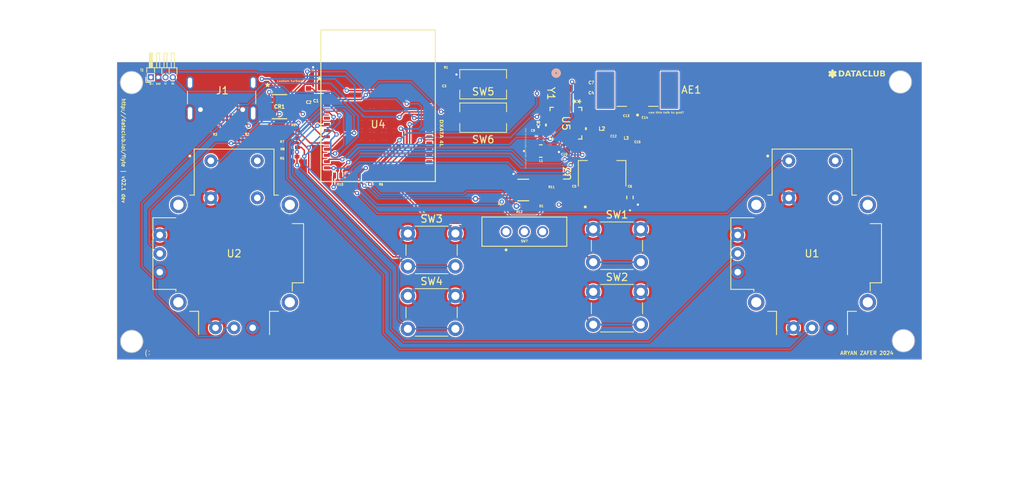
<source format=kicad_pcb>
(kicad_pcb (version 20240108) (generator "pcbnew") (generator_version "8.0")
  (title_block (title "Flyte Controller") (rev "v01") (company "Aryan Zafer"))
  (layers (0 "F.Cu" signal) (1 "In1.Cu" signal) (2 "In2.Cu" signal) (31 "B.Cu" signal) (34 "B.Paste" user) (35 "F.Paste" user) (36 "B.SilkS" user "B.Silkscreen") (37 "F.SilkS" user "F.Silkscreen") (38 "B.Mask" user) (39 "F.Mask" user) (44 "Edge.Cuts" user))
  (net 0 "")
  (net 1 "+3V3")
  (net 2 "GND")
  (net 3 "+5V")
  (net 4 "Net-(AE1-A)")
  (net 6 "Net-(U4-EN)")
  (net 7 "Net-(U5-VR_PA)")
  (net 8 "Net-(U5-DCC_FB)")
  (net 9 "Net-(U5-RFIO)")
  (net 11 "Net-(C12-Pad2)")
  (net 12 "Net-(C13-Pad2)")
  (net 13 "Net-(CR1-Pad1)")
  (net 14 "D+")
  (net 15 "D-")
  (net 16 "B")
  (net 17 "R")
  (net 18 "G")
  (net 19 "Net-(J1-CC2)")
  (net 20 "Net-(SW7-B)")
  (net 21 "Net-(J1-CC1)")
  (net 22 "RX")
  (net 23 "TX")
  (net 24 "Net-(U5-DCC_SW)")
  (net 25 "SW1")
  (net 26 "SW2")
  (net 27 "SW3")
  (net 28 "SW4")
  (net 29 "Net-(U4-IO0)")
  (net 33 "X2")
  (net 34 "Y2")
  (net 37 "SEL2")
  (net 38 "Y1")
  (net 40 "SEL1")
  (net 42 "X1")
  (net 47 "RF_SCK_RTS")
  (net 48 "RF_MISO")
  (net 49 "RF_BUSY")
  (net 50 "RF_NRST")
  (net 61 "RF_CTS")
  (net 63 "RF_MOSI")
  (net 64 "Net-(U5-XTA)")
  (net 68 "Net-(U5-XTB)")
  (net 71 "Net-(CR1-Pad3)")
  (net 72 "Net-(D1-RK)")
  (net 73 "Net-(D1-BK)")
  (net 74 "Net-(D1-GK)")
  (footprint "rest 10k:RC0402N_YAG" (layer "F.Cu") (at 120.142 90.678)
    (property "Reference" "R9")
    (property "Value" "10k" (hide yes))
  )
  (footprint "ind 2.5nH:INDC1006X60N" (layer "F.Cu") (at 165.608 90.678)
    (property "Reference" "L3")
    (property "Value" "2.5nH" (hide yes))
  )
  (footprint "rest 1k:RC0402N_YAG" (layer "F.Cu") (at 154.4 99.4 90)
    (property "Reference" "R11")
    (property "Value" "1k")
  )
  (footprint "ind 3nH:IND1005_LQW15_MUR" (layer "F.Cu") (at 162.306 89.262)
    (property "Reference" "L2")
    (property "Value" "3.0nH" (hide yes))
  )
  (footprint "cap 1.2pF 50v:G-155_MUR" (layer "F.Cu") (at 167.132 90.424 90)
    (property "Reference" "C15")
    (property "Value" "1.2pF" (hide yes))
  )
  (footprint "rest 10k:RC0402N_YAG" (layer "F.Cu") (at 120.0404 94.234)
    (property "Reference" "R5")
    (property "Value" "10k" (hide yes))
  )
  (footprint "Connector_USB:USB_C_Receptacle_GCT_USB4105-xx-A_16P_TopMnt_Horizontal" (layer "F.Cu") (at 110.29 85.195 180)
    (property "Reference" "J1")
    (property "Value" "USB_C_Receptacle_USB2.0_16P" (hide yes))
  )
  (footprint "cap 10uF 4v:CAPC1005X70N" (layer "F.Cu") (at 159.227499 86.312 180)
    (property "Reference" "C4")
    (property "Value" "10nF" (hide yes))
  )
  (footprint "IN-S128TATRGB:LED_TATRGB_INL" (layer "F.Cu") (at 151.5268 98.8)
    (property "Reference" "D1")
    (property "Value" "LED_ARGB" (hide yes))
  )
  (footprint "LM3940IMPX_3_3_NOPB:SOT230P700X180-4N" (layer "F.Cu") (at 162.306 96.52 90)
    (property "Reference" "U3")
    (property "Value" "LM3940IMPX-3.3_NOPB" (hide yes))
  )
  (footprint "ESP32_S3_MINI_1_N8:ESP32-S3-MINI-1_EXP" (layer "F.Cu") (at 131.684001 87.265299)
    (property "Reference" "U4")
    (property "Value" "ESP32-S3-MINI-1-N8" (hide yes))
  )
  (footprint "cap 0.1uF 4v:CAPC0402X22N" (layer "F.Cu") (at 123.19 85.63 -90)
    (property "Reference" "C1")
    (property "Value" "0.1uF" (hide yes))
  )
  (footprint "SMA female:CINCH_142-0701-801" (layer "F.Cu") (at 167.15175 85.142)
    (property "Reference" "AE1")
    (property "Value" "Antenna_Shield" (hide yes))
  )
  (footprint "rest 5k1:RES_TNPW0402_VIS" (layer "F.Cu") (at 112.4222 90.5 180)
    (property "Reference" "R2")
    (property "Value" "5k1" (hide yes))
  )
  (footprint "cap 0.47uF 6.3v:CAP_CL05_SAM" (layer "F.Cu") (at 153.327499 91.412 180)
    (property "Reference" "C9")
    (property "Value" "0.47uF" (hide yes))
  )
  (footprint "rest 1k:RC0402N_YAG" (layer "F.Cu") (at 147 100)
    (property "Reference" "R4")
    (property "Value" "1k" (hide yes))
  )
  (footprint "cap 0.1uF 4v:CAPC0402X22N" (layer "F.Cu") (at 140.462 83.82)
    (property "Reference" "C3")
    (property "Value" "0.1uF" (hide yes))
  )
  (footprint "rest 5k1:RES_TNPW0402_VIS" (layer "F.Cu") (at 107.9 90.5 180)
    (property "Reference" "R3")
    (property "Value" "5k1" (hide yes))
  )
  (footprint "rest 1k:RC0402N_YAG" (layer "F.Cu") (at 152.2 101)
    (property "Reference" "R12")
    (property "Value" "1k")
  )
  (footprint "cap 0.1uF 4v:CAPC0402X22N" (layer "F.Cu") (at 154.327499 90.134 90)
    (property "Reference" "C8")
    (property "Value" "0.1uF" (hide yes))
  )
  (footprint "COM_09032:XDCR_COM-09032" (layer "F.Cu") (at 191 107.5)
    (property "Reference" "U1")
    (property "Value" "COM-09032" (hide yes))
  )
  (footprint "cap 0.1uF 4v:CAPC0402X22N" (layer "F.Cu") (at 157.127499 92.912 -90)
    (property "Reference" "C10")
    (property "Value" "0.1uF" (hide yes))
  )
  (footprint "cap 0.8pF 50v:G-155_MUR" (layer "F.Cu") (at 160.528 89.916 90)
    (property "Reference" "C11" (hide yes))
    (property "Value" "0.8pF" (hide yes))
  )
  (footprint "rest 10k:RC0402N_YAG" (layer "F.Cu") (at 140.97 82.804 180)
    (property "Reference" "R1")
    (property "Value" "10k" (hide yes))
  )
  (footprint "EG1218:SW_EG1218" (layer "F.Cu") (at 151.678 104.5)
    (property "Reference" "SW7")
    (property "Value" "SW_SPDT")
  )
  (footprint "LOGO" (layer "F.Cu") (at 193.802 82.9)
    (property "Reference" "G***" (hide yes))
    (property "Value" "LOGO" (hide yes))
  )
  (footprint "ind 15uH 250mA 950ohm:IND_2012_TDK" (layer "F.Cu") (at 153.924 93.472)
    (property "Reference" "L1")
    (property "Value" "15uH" (hide yes))
  )
  (footprint "cap 10uF 4v:CAPC1005X70N" (layer "F.Cu") (at 159.227499 85.012)
    (property "Reference" "C7")
    (property "Value" "10nF" (hide yes))
  )
  (footprint "Connector_PinHeader_1.00mm:PinHeader_1x04_P1.00mm_Horizontal" (layer "F.Cu") (at 100.625 83.375 90)
    (property "Reference" "J2")
    (property "Value" "Conn_01x04_Socket" (hide yes))
  )
  (footprint "SX1280IMLTRT:QFN24_4X4_SEM" (layer "F.Cu") (at 157.358999 89.662 -90)
    (property "Reference" "U5")
    (property "Value" "SX1280IMLTRT")
  )
  (footprint "rest 10k:RC0402N_YAG" (layer "F.Cu") (at 133.604 98.298 180)
    (property "Reference" "R6")
    (property "Value" "10k" (hide yes))
  )
  (footprint "cap 0.5pF 50v:CAPC1005X55N" (layer "F.Cu") (at 165.608 89.408)
    (property "Reference" "C13")
    (property "Value" "0.5pF" (hide yes))
  )
  (footprint "cap 1.2pF 50v:G-155_MUR" (layer "F.Cu") (at 163.972 89.916 90)
    (property "Reference" "C12")
    (property "Value" "1.2pF" (hide yes))
  )
  (footprint "Button_Switch_SMD:SW_Tactile_SPST_NO_Straight_CK_PTS636Sx25SMTRLFS" (layer "F.Cu") (at 146.05 84.328)
    (property "Reference" "SW5")
    (property "Value" "SW_Push" (hide yes))
  )
  (footprint "cap 33uF 4v:CAP_C1005_TDK" (layer "F.Cu") (at 166.116 99.822 90)
    (property "Reference" "C6")
    (property "Value" "33uF" (hide yes))
  )
  (footprint "rest 10k:RC0402N_YAG" (layer "F.Cu") (at 120.0912 91.694 180)
    (property "Reference" "R7")
    (property "Value" "10k" (hide yes))
  )
  (footprint "Button_Switch_THT:SW_PUSH_6mm_H4.3mm" (layer "F.Cu") (at 135.75 113.3)
    (property "Reference" "SW4")
    (property "Value" "SW_Push")
  )
  (footprint "rest 10k:RC0402N_YAG" (layer "F.Cu") (at 120.0912 92.964 180)
    (property "Reference" "R8")
    (property "Value" "10k" (hide yes))
  )
  (footprint "52mhz crystal:CRYSTAL_FW520WFMT1_DIO" (layer "F.Cu") (at 155.327499 85.612 -90)
    (property "Reference" "Y1")
    (property "Value" "FW520WFMT1" (hide yes))
  )
  (footprint "Button_Switch_THT:SW_PUSH_6mm_H4.3mm" (layer "F.Cu") (at 135.75 104.75)
    (property "Reference" "SW3")
    (property "Value" "SW_Push")
  )
  (footprint "COM_09032:XDCR_COM-09032" (layer "F.Cu") (at 112 107.5)
    (property "Reference" "U2")
    (property "Value" "COM-09032" (hide yes))
  )
  (footprint "rest 10k:RC0402N_YAG" (layer "F.Cu") (at 128.27 98.298 180)
    (property "Reference" "R10")
    (property "Value" "10k" (hide yes))
  )
  (footprint "Button_Switch_THT:SW_PUSH_6mm_H4.3mm" (layer "F.Cu") (at 161.088 112.726)
    (property "Reference" "SW2")
    (property "Value" "SW_Push")
  )
  (footprint "cap 10uF 4v:CAPC1005X70N" (layer "F.Cu") (at 122.174 85.344 -90)
    (property "Reference" "C2")
    (property "Value" "10uF" (hide yes))
  )
  (footprint "Button_Switch_SMD:SW_Tactile_SPST_NO_Straight_CK_PTS636Sx25SMTRLFS" (layer "F.Cu") (at 146.05 88.9 180)
    (property "Reference" "SW6")
    (property "Value" "SW_Push" (hide yes))
  )
  (footprint "Button_Switch_THT:SW_PUSH_6mm_H4.3mm" (layer "F.Cu") (at 161.088 104.176)
    (property "Reference" "SW1")
    (property "Value" "SW_Push")
  )
  (footprint "cap 0.1uF 4v:CAPC0402X22N" (layer "F.Cu") (at 167.132 88.646 -90)
    (property "Reference" "C14")
    (property "Value" "0.1uF" (hide yes))
  )
  (footprint "USBLC6_2SC6:SOT23-6L_STM" (layer "F.Cu") (at 118.2 87.4)
    (property "Reference" "CR1")
    (property "Value" "USBLC6-2SC6" (hide yes))
  )
  (footprint "cap 0.47uF 6.3v:CAP_CL05_SAM" (layer "F.Cu") (at 158.496 99.822 90)
    (property "Reference" "C5")
    (property "Value" "0.47uF" (hide yes))
  )
  (gr_circle (center 98 119.52) (end 99.52 119.52) (stroke (width 0.1)) (fill none) (layer "Edge.Cuts"))
  (gr_circle (center 203.5 119.42) (end 205.02 119.42) (stroke (width 0.1)) (fill none) (layer "Edge.Cuts"))
  (gr_circle (center 97.98 84.1) (end 99.5 84.1) (stroke (width 0.1)) (fill none) (layer "Edge.Cuts"))
  (gr_rect (start 96 81.3) (end 206 122) (stroke (width 0.05)) (fill none) (layer "Edge.Cuts"))
  (gr_circle (center 203.08 84.02) (end 204.6 84.02) (stroke (width 0.1)) (fill none) (layer "Edge.Cuts"))
  (gr_text "TX" (at 102.4 84.4 0) (layer "F.SilkS") (effects (font (size 0.2 0.2) (thickness 0.05)) (justify left bottom)))
  (gr_text "can this talk to god? " (at 168.656 88.392 0) (layer "F.SilkS") (effects (font (size 0.3 0.3) (thickness 0.075) (bold yes)) (justify left bottom)))
  (gr_text "custom turbans" (at 117.856 84.073998 0) (layer "F.SilkS") (effects (font (size 0.3 0.3) (thickness 0.075) (bold yes)) (justify left bottom)))
  (gr_text "DATACLUB" (at 194.564 83.4 0) (layer "F.SilkS") (effects (font (size 0.8 0.8) (thickness 0.0625)) (justify left bottom)))
  (gr_text "DXATA 4L" (at 140.028876 89.14577 270) (layer "F.SilkS") (effects (font (size 0.5 0.5) (thickness 0.125) (bold yes)) (justify left bottom)))
  (gr_text "5v+" (at 100.4 84.4 0) (layer "F.SilkS") (effects (font (size 0.2 0.2) (thickness 0.05)) (justify left bottom)))
  (gr_text "svvrpun dpao h kpmmlylua sluz" (at 151.990704 95.874656 90) (layer "F.SilkS") (effects (font (size 0.25 0.25) (thickness 0.0625)) (justify left bottom)))
  (gr_text ":)" (at 100.584 120.65 180) (layer "F.SilkS") (effects (font (size 0.8 0.8) (thickness 0.0625)) (justify left bottom)))
  (gr_text "http://dataclub.lol/flyte | v02.1 dev" (at 96.6 86.2 270) (layer "F.SilkS") (effects (font (size 0.5 0.5) (thickness 0.1)) (justify left bottom)))
  (gr_text "GND" (at 101.3 84.4 0) (layer "F.SilkS") (effects (font (size 0.2 0.2) (thickness 0.05)) (justify left bottom)))
  (gr_text "ARYAN ZAFER 2024" (at 194.8 121.4 0) (layer "F.SilkS") (effects (font (size 0.5 0.5) (thickness 0.1)) (justify left bottom)))
  (gr_text "RX" (at 103.4 84.4 0) (layer "F.SilkS") (effects (font (size 0.2 0.2) (thickness 0.05)) (justify left bottom)))
  (segment (start 122.688 84.905) (end 123.19 85.407) (width 0.2) (layer "F.Cu") (net 1))
  (segment (start 165.7192 100.5332) (end 166.116 100.5332) (width 0.25) (layer "F.Cu") (net 1))
  (segment (start 156.857024 92.657024) (end 157.108999 92.405049) (width 0.2) (layer "F.Cu") (net 1))
  (segment (start 142.4 83) (end 141.7248 83) (width 0.2) (layer "F.Cu") (net 1))
  (segment (start 166.9332 100.5332) (end 167.2 100.8) (width 0.25) (layer "F.Cu") (net 1))
  (segment (start 124.523002 85.407) (end 123.19 85.407) (width 0.2) (layer "F.Cu") (net 1))
  (segment (start 150.0536 98.1) (end 150.0536 96.7464) (width 0.2) (layer "F.Cu") (net 1))
  (segment (start 141.7248 83) (end 141.5288 82.804) (width 0.2) (layer "F.Cu") (net 1))
  (segment (start 153.757 90.357) (end 154.327499 90.357) (width 0.2) (layer "F.Cu") (net 1))
  (segment (start 164.606 99.42) (end 165.7192 100.5332) (width 0.25) (layer "F.Cu") (net 1))
  (segment (start 155.390499 90.412001) (end 154.3825 90.412001) (width 0.2) (layer "F.Cu") (net 1))
  (segment (start 156.889 92.689) (end 157.127499 92.689) (width 0.2) (layer "F.Cu") (net 1))
  (segment (start 156.677499 92.836549) (end 156.857024 92.657024) (width 0.2) (layer "F.Cu") (net 1))
  (segment (start 124.684002 85.568) (end 124.523002 85.407) (width 0.2) (layer "F.Cu") (net 1))
  (segment (start 150.0536 96.7464) (end 150.2 96.6) (width 0.2) (layer "F.Cu") (net 1))
  (segment (start 123.19 82.39) (end 123.19 85.407) (width 0.2) (layer "F.Cu") (net 1))
  (segment (start 156.677499 93.522501) (end 156.677499 92.836549) (width 0.2) (layer "F.Cu") (net 1))
  (segment (start 156.6 93.6) (end 156.677499 93.522501) (width 0.2) (layer "F.Cu") (net 1))
  (segment (start 122.8 82) (end 123.19 82.39) (width 0.2) (layer "F.Cu") (net 1))
  (segment (start 156.857024 92.657024) (end 156.889 92.689) (width 0.2) (layer "F.Cu") (net 1))
  (segment (start 154.3825 90.412001) (end 154.327499 90.357) (width 0.2) (layer "F.Cu") (net 1))
  (segment (start 153.6 90.2) (end 153.757 90.357) (width 0.2) (layer "F.Cu") (net 1))
  (segment (start 156.4 93.6) (end 156.6 93.6) (width 0.2) (layer "F.Cu") (net 1))
  (segment (start 122.174 84.905) (end 122.688 84.905) (width 0.2) (layer "F.Cu") (net 1))
  (segment (start 157.108999 92.405049) (end 157.108999 91.6305) (width 0.2) (layer "F.Cu") (net 1))
  (segment (start 166.116 100.5332) (end 166.9332 100.5332) (width 0.25) (layer "F.Cu") (net 1))
  (via (at 122.8 82) (size 0.6) (drill 0.3) (layers "F.Cu" "B.Cu") (net 1))
  (via (at 153.6 90.2) (size 0.6) (drill 0.3) (layers "F.Cu" "B.Cu") (net 1))
  (via (at 156.4 93.6) (size 0.6) (drill 0.3) (layers "F.Cu" "B.Cu") (net 1))
  (via (at 142.4 83) (size 0.6) (drill 0.3) (layers "F.Cu" "B.Cu") (net 1))
  (via (at 150.2 96.6) (size 0.6) (drill 0.3) (layers "F.Cu" "B.Cu") (net 1))
  (via (at 167.2 100.8) (size 0.6) (drill 0.3) (layers "F.Cu" "B.Cu") (net 1))
  (segment (start 114.61 88.3) (end 114.61 84.12) (width 0.2) (layer "F.Cu") (net 2))
  (segment (start 107.09 88.875) (end 106.545 88.875) (width 0.2) (layer "F.Cu") (net 2))
  (segment (start 106.545 88.875) (end 105.97 88.3) (width 0.2) (layer "F.Cu") (net 2))
  (segment (start 105.97 88.3) (end 105.97 84.12) (width 0.2) (layer "F.Cu") (net 2))
  (segment (start 158.496 100.3748) (end 159.0512 100.3748) (width 0.25) (layer "F.Cu") (net 3))
  (segment (start 121.4 88.4) (end 120.4 87.4) (width 0.25) (layer "F.Cu") (net 3))
  (segment (start 159.0512 100.3748) (end 160.006 99.42) (width 0.25) (layer "F.Cu") (net 3))
  (segment (start 158.0708 100.8) (end 158.496 100.3748) (width 0.25) (layer "F.Cu") (net 3))
  (segment (start 120.4 87.4) (end 119.56525 87.4) (width 0.25) (layer "F.Cu") (net 3))
  (segment (start 156.4 100.8) (end 158.0708 100.8) (width 0.25) (layer "F.Cu") (net 3))
  (via (at 156.4 100.8) (size 0.6) (drill 0.3) (layers "F.Cu" "B.Cu") (net 3))
  (via (at 121.4 88.4) (size 0.6) (drill 0.3) (layers "F.Cu" "B.Cu") (net 3))
  (segment (start 167.132 88.424) (end 167.132 85.16175) (width 0.15) (layer "F.Cu") (net 4))
  (segment (start 167.132 85.16175) (end 167.15175 85.142) (width 0.15) (layer "F.Cu") (net 4))
  (segment (start 140.4112 82.804) (end 140.239 82.9762) (width 0.2) (layer "F.Cu") (net 6))
  (segment (start 141.217 83.37) (end 140.269 83.37) (width 0.2) (layer "F.Cu") (net 6))
  (segment (start 140.191002 83.867998) (end 140.239 83.82) (width 0.2) (layer "F.Cu") (net 6))
  (segment (start 140.269 83.37) (end 140.239 83.4) (width 0.2) (layer "F.Cu") (net 6))
  (segment (start 140.239 82.9762) (end 140.239 83.4) (width 0.2) (layer "F.Cu") (net 6))
  (segment (start 140.239 83.4) (end 140.239 83.82) (width 0.2) (layer "F.Cu") (net 6))
  (segment (start 138.684 83.867998) (end 140.191002 83.867998) (width 0.2) (layer "F.Cu") (net 6))
  (segment (start 142.175 84.328) (end 141.217 83.37) (width 0.2) (layer "F.Cu") (net 6))
  (segment (start 158.608999 87.6935) (end 158.608999 86.4915) (width 0.2) (layer "F.Cu") (net 7))
  (segment (start 158.608999 86.4915) (end 158.788499 86.312) (width 0.2) (layer "F.Cu") (net 7))
  (segment (start 154.2 91.8) (end 154.2 91.731701) (width 0.2) (layer "F.Cu") (net 8))
  (segment (start 158.788499 84.588499) (end 158.2 84) (width 0.2) (layer "F.Cu") (net 8))
  (segment (start 158.109 87.6935) (end 158.109 85.691499) (width 0.2) (layer "F.Cu") (net 8))
  (segment (start 158.788499 85.012) (end 158.788499 84.588499) (width 0.2) (layer "F.Cu") (net 8))
  (segment (start 152.9462 92.547) (end 152.9462 93.472) (width 0.2) (layer "F.Cu") (net 8))
  (segment (start 158.109 85.691499) (end 158.788499 85.012) (width 0.2) (layer "F.Cu") (net 8))
  (segment (start 155.2 91.8) (end 154.2 91.8) (width 0.2) (layer "F.Cu") (net 8))
  (segment (start 155.2 91.8) (end 155.2 91.102499) (width 0.2) (layer "F.Cu") (net 8))
  (segment (start 154.2 91.8) (end 153.6932 91.8) (width 0.2) (layer "F.Cu") (net 8))
  (segment (start 155.2 91.102499) (end 155.390499 90.912) (width 0.2) (layer "F.Cu") (net 8))
  (segment (start 153.6932 91.8) (end 152.9462 92.547) (width 0.2) (layer "F.Cu") (net 8))
  (segment (start 154.2 91.731701) (end 153.880299 91.412) (width 0.2) (layer "F.Cu") (net 8))
  (via (at 158.2 84) (size 0.6) (drill 0.3) (layers "F.Cu" "B.Cu") (net 8))
  (via (at 155.2 91.8) (size 0.6) (drill 0.3) (layers "F.Cu" "B.Cu") (net 8))
  (segment (start 158.2 84) (end 158.2 88.8) (width 0.2) (layer "B.Cu") (net 8))
  (segment (start 158.2 88.8) (end 155.2 91.8) (width 0.2) (layer "B.Cu") (net 8))
  (segment (start 159.327499 89.412) (end 160.4859 89.412) (width 0.15) (layer "F.Cu") (net 9))
  (segment (start 161.652 89.3699) (end 161.7599 89.262) (width 0.15) (layer "F.Cu") (net 9))
  (segment (start 160.528 89.3699) (end 161.652 89.3699) (width 0.15) (layer "F.Cu") (net 9))
  (segment (start 160.4859 89.412) (end 160.528 89.3699) (width 0.15) (layer "F.Cu") (net 9))
  (segment (start 163.972 89.3699) (end 165.1379 89.3699) (width 0.15) (layer "F.Cu") (net 11))
  (segment (start 162.8521 89.262) (end 163.8641 89.262) (width 0.15) (layer "F.Cu") (net 11))
  (segment (start 165.176 89.408) (end 165.176 90.65) (width 0.15) (layer "F.Cu") (net 11))
  (segment (start 165.176 90.65) (end 165.148 90.678) (width 0.15) (layer "F.Cu") (net 11))
  (segment (start 163.8641 89.262) (end 163.972 89.3699) (width 0.15) (layer "F.Cu") (net 11))
  (segment (start 165.1379 89.3699) (end 165.176 89.408) (width 0.15) (layer "F.Cu") (net 11))
  (segment (start 167.132 89.8779) (end 167.132 88.868) (width 0.15) (layer "F.Cu") (net 12))
  (segment (start 166.04 89.408) (end 166.04 90.65) (width 0.15) (layer "F.Cu") (net 12))
  (segment (start 166.04 89.408) (end 166.6621 89.408) (width 0.15) (layer "F.Cu") (net 12))
  (segment (start 166.04 90.65) (end 166.068 90.678) (width 0.15) (layer "F.Cu") (net 12))
  (segment (start 166.6621 89.408) (end 167.132 89.8779) (width 0.15) (layer "F.Cu") (net 12))
  (segment (start 116.8 86.415249) (end 116.83475 86.449999) (width 0.2) (layer "F.Cu") (net 13))
  (segment (start 111.281152 91.527) (end 115.073 91.527) (width 0.2) (layer "F.Cu") (net 13))
  (segment (start 109.54 89.48241) (end 109.80759 89.75) (width 0.2) (layer "F.Cu") (net 13))
  (segment (start 109.80759 89.75) (end 110 89.75) (width 0.2) (layer "F.Cu") (net 13))
  (segment (start 110.27241 90.518258) (end 111.281152 91.527) (width 0.2) (layer "F.Cu") (net 13))
  (segment (start 110.54 89.48241) (end 110.54 88.875) (width 0.2) (layer "F.Cu") (net 13))
  (segment (start 110.27241 89.75) (end 110.27241 90.518258) (width 0.2) (layer "F.Cu") (net 13))
  (segment (start 116.8 85.4) (end 116.8 86.415249) (width 0.2) (layer "F.Cu") (net 13))
  (segment (start 110.27241 89.75) (end 110.54 89.48241) (width 0.2) (layer "F.Cu") (net 13))
  (segment (start 115.073 91.527) (end 118.2 88.4) (width 0.2) (layer "F.Cu") (net 13))
  (segment (start 109.54 88.875) (end 109.54 89.48241) (width 0.2) (layer "F.Cu") (net 13))
  (segment (start 110 89.75) (end 110.27241 89.75) (width 0.2) (layer "F.Cu") (net 13))
  (via (at 116.8 85.4) (size 0.6) (drill 0.3) (layers "F.Cu" "B.Cu") (net 13))
  (via (at 118.2 88.4) (size 0.6) (drill 0.3) (layers "F.Cu" "B.Cu") (net 13))
  (segment (start 117.4 87.6) (end 117.4 86) (width 0.2) (layer "B.Cu") (net 13))
  (segment (start 117.4 86) (end 116.8 85.4) (width 0.2) (layer "B.Cu") (net 13))
  (segment (start 118.2 88.4) (end 117.4 87.6) (width 0.2) (layer "B.Cu") (net 13))
  (segment (start 119.56525 86.449999) (end 119.56525 85.970599) (width 0.2) (layer "F.Cu") (net 14))
  (segment (start 119.56525 85.970599) (end 122 83.535849) (width 0.2) (layer "F.Cu") (net 14))
  (segment (start 132.534002 96.045754) (end 136 92.579756) (width 0.2) (layer "F.Cu") (net 14))
  (segment (start 136 92.579756) (end 136 89.8) (width 0.2) (layer "F.Cu") (net 14))
  (segment (start 132.534002 96.817998) (end 132.534002 96.045754) (width 0.2) (layer "F.Cu") (net 14))
  (segment (start 122 83.535849) (end 122 82.6) (width 0.2) (layer "F.Cu") (net 14))
  (via (at 122 82.6) (size 0.6) (drill 0.3) (layers "F.Cu" "B.Cu") (net 14))
  (via (at 136 89.8) (size 0.6) (drill 0.3) (layers "F.Cu" "B.Cu") (net 14))
  (segment (start 136.83 87.63) (end 137.23 88.03) (width 0.2) (layer "B.Cu") (net 14))
  (segment (start 129.6 85.379756) (end 129.42 85.559756) (width 0.2) (layer "B.Cu") (net 14))
  (segment (start 122 82.6) (end 127.2 82.6) (width 0.2) (layer "B.Cu") (net 14))
  (segment (start 129.779756 86.4) (end 134.109045 86.4) (width 0.2) (layer "B.Cu") (net 14))
  (segment (start 137.23 88.03) (end 137.23 89.260955) (width 0.2) (layer "B.Cu") (net 14))
  (segment (start 136.690955 89.8) (end 136 89.8) (width 0.2) (layer "B.Cu") (net 14))
  (segment (start 129.6 85) (end 129.6 85.379756) (width 0.2) (layer "B.Cu") (net 14))
  (segment (start 127.2 82.6) (end 129.6 85) (width 0.2) (layer "B.Cu") (net 14))
  (segment (start 129.42 86.040244) (end 129.779756 86.4) (width 0.2) (layer "B.Cu") (net 14))
  (segment (start 134.109045 86.4) (end 135.339045 87.63) (width 0.2) (layer "B.Cu") (net 14))
  (segment (start 129.42 85.559756) (end 129.42 86.040244) (width 0.2) (layer "B.Cu") (net 14))
  (segment (start 135.339045 87.63) (end 136.83 87.63) (width 0.2) (layer "B.Cu") (net 14))
  (segment (start 137.23 89.260955) (end 136.690955 89.8) (width 0.2) (layer "B.Cu") (net 14))
  (segment (start 116.8 83.6) (end 118.4 85.2) (width 0.2) (layer "F.Cu") (net 15))
  (segment (start 135.2 90.8) (end 134.8 90.4) (width 0.2) (layer "F.Cu") (net 15))
  (segment (start 118.4 87.6031) (end 119.146901 88.350001) (width 0.2) (layer "F.Cu") (net 15))
  (segment (start 115.8 83.6) (end 116.8 83.6) (width 0.2) (layer "F.Cu") (net 15))
  (segment (start 135.2 92.695599) (end 135.2 90.8) (width 0.2) (layer "F.Cu") (net 15))
  (segment (start 131.684001 96.211598) (end 135.2 92.695599) (width 0.2) (layer "F.Cu") (net 15))
  (segment (start 127.4 85.2) (end 133.8 85.2) (width 0.2) (layer "F.Cu") (net 15))
  (segment (start 118.4 85.2) (end 118.4 87.6031) (width 0.2) (layer "F.Cu") (net 15))
  (segment (start 133.8 85.2) (end 135.6 87) (width 0.2) (layer "F.Cu") (net 15))
  (segment (start 131.684001 96.817998) (end 131.684001 96.211598) (width 0.2) (layer "F.Cu") (net 15))
  (segment (start 119.146901 88.350001) (end 119.56525 88.350001) (width 0.2) (layer "F.Cu") (net 15))
  (via (at 135.6 87) (size 0.6) (drill 0.3) (layers "F.Cu" "B.Cu") (net 15))
  (via (at 134.8 90.4) (size 0.6) (drill 0.3) (layers "F.Cu" "B.Cu") (net 15))
  (via (at 115.8 83.6) (size 0.6) (drill 0.3) (layers "F.Cu" "B.Cu") (net 15))
  (via (at 127.4 85.2) (size 0.6) (drill 0.3) (layers "F.Cu" "B.Cu") (net 15))
  (segment (start 125.8 83.6) (end 127.4 85.2) (width 0.2) (layer "B.Cu") (net 15))
  (segment (start 135.6 87) (end 137.2 87) (width 0.2) (layer "B.Cu") (net 15))
  (segment (start 137.17 90.43) (end 134.83 90.43) (width 0.2) (layer "B.Cu") (net 15))
  (segment (start 137.6 87.4) (end 137.6 90) (width 0.2) (layer "B.Cu") (net 15))
  (segment (start 115.8 83.6) (end 125.8 83.6) (width 0.2) (layer "B.Cu") (net 15))
  (segment (start 137.6 90) (end 137.17 90.43) (width 0.2) (layer "B.Cu") (net 15))
  (segment (start 137.2 87) (end 137.6 87.4) (width 0.2) (layer "B.Cu") (net 15))
  (segment (start 134.83 90.43) (end 134.8 90.4) (width 0.2) (layer "B.Cu") (net 15))
  (segment (start 151.6412 101) (end 150.6 101) (width 0.15) (layer "F.Cu") (net 16))
  (segment (start 129.984002 97.384002) (end 129.984002 96.817998) (width 0.2) (layer "F.Cu") (net 16))
  (segment (start 130.6 98) (end 129.984002 97.384002) (width 0.2) (layer "F.Cu") (net 16))
  (via (at 130.6 98) (size 0.6) (drill 0.3) (layers "F.Cu" "B.Cu") (net 16))
  (via (at 150.6 101) (size 0.8) (drill 0.4) (layers "F.Cu" "B.Cu") (net 16))
  (segment (start 143.8 99) (end 143.4 99.4) (width 0.2) (layer "B.Cu") (net 16))
  (segment (start 148.6 99) (end 150.6 101) (width 0.2) (layer "B.Cu") (net 16))
  (segment (start 148.6 99) (end 143.8 99) (width 0.2) (layer "B.Cu") (net 16))
  (segment (start 143.4 99.4) (end 132 99.4) (width 0.2) (layer "B.Cu") (net 16))
  (segment (start 132 99.4) (end 130.6 98) (width 0.2) (layer "B.Cu") (net 16))
  (segment (start 129.124398 97.524398) (end 128.524398 97.524398) (width 0.2) (layer "F.Cu") (net 17))
  (segment (start 128.524398 97.524398) (end 128.284 97.284) (width 0.2) (layer "F.Cu") (net 17))
  (segment (start 146.4412 100) (end 145 100) (width 0.15) (layer "F.Cu") (net 17))
  (segment (start 128.284 97.284) (end 128.284 96.817998) (width 0.2) (layer "F.Cu") (net 17))
  (segment (start 129.8 98.2) (end 129.124398 97.524398) (width 0.2) (layer "F.Cu") (net 17))
  (via (at 145 100) (size 0.8) (drill 0.4) (layers "F.Cu" "B.Cu") (net 17))
  (via (at 129.8 98.2) (size 0.6) (drill 0.3) (layers "F.Cu" "B.Cu") (net 17))
  (segment (start 131.6 100) (end 129.8 98.2) (width 0.2) (layer "B.Cu") (net 17))
  (segment (start 145 100) (end 131.6 100) (width 0.15) (layer "B.Cu") (net 17))
  (segment (start 149.8 102.4) (end 148.6 101.2) (width 0.15) (layer "F.Cu") (net 18))
  (segment (start 154.4 99.9588) (end 154.4 101.4) (width 0.15) (layer "F.Cu") (net 18))
  (segment (start 129.7924 95.8) (end 129.134001 96.458399) (width 0.2) (layer "F.Cu") (net 18))
  (segment (start 130 95.8) (end 129.7924 95.8) (width 0.2) (layer "F.Cu") (net 18))
  (segment (start 154.4 101.4) (end 153.4 102.4) (width 0.15) (layer "F.Cu") (net 18))
  (segment (start 129.134001 96.458399) (end 129.134001 96.817998) (width 0.2) (layer "F.Cu") (net 18))
  (segment (start 153.4 102.4) (end 149.8 102.4) (width 0.15) (layer "F.Cu") (net 18))
  (segment (start 148.6 101.2) (end 148.6 100.4) (width 0.15) (layer "F.Cu") (net 18))
  (via (at 148.6 100.4) (size 0.6) (drill 0.3) (layers "F.Cu" "B.Cu") (net 18))
  (via (at 130 95.8) (size 0.6) (drill 0.3) (layers "F.Cu" "B.Cu") (net 18))
  (segment (start 131.579756 100.8) (end 148.2 100.8) (width 0.2) (layer "B.Cu") (net 18))
  (segment (start 129.22 98.440244) (end 131.579756 100.8) (width 0.2) (layer "B.Cu") (net 18))
  (segment (start 130 95.8) (end 129.22 96.58) (width 0.2) (layer "B.Cu") (net 18))
  (segment (start 129.22 96.58) (end 129.22 98.440244) (width 0.2) (layer "B.Cu") (net 18))
  (segment (start 148.2 100.8) (end 148.6 100.4) (width 0.2) (layer "B.Cu") (net 18))
  (segment (start 108.4778 90.5) (end 108.54 90.4378) (width 0.2) (layer "F.Cu") (net 19))
  (segment (start 108.54 90.4378) (end 108.54 88.875) (width 0.2) (layer "F.Cu") (net 19))
  (segment (start 113.775 89.775) (end 114 90) (width 0.25) (layer "F.Cu") (net 20))
  (segment (start 112 86.8) (end 112.476 87.276) (width 0.25) (layer "F.Cu") (net 20))
  (segment (start 112.975 89.775) (end 113.775 89.775) (width 0.25) (layer "F.Cu") (net 20))
  (segment (start 112.476 88.091606) (end 112.69 88.305606) (width 0.25) (layer "F.Cu") (net 20))
  (segment (start 108.8 86.8) (end 112 86.8) (width 0.25) (layer "F.Cu") (net 20))
  (segment (start 107.89 88.875) (end 107.89 88.305606) (width 0.25) (layer "F.Cu") (net 20))
  (segment (start 112.69 88.875) (end 112.69 89.49) (width 0.25) (layer "F.Cu") (net 20))
  (segment (start 112.476 87.276) (end 112.476 88.091606) (width 0.25) (layer "F.Cu") (net 20))
  (segment (start 112.69 88.305606) (end 112.69 88.875) (width 0.25) (layer "F.Cu") (net 20))
  (segment (start 107.89 88.305606) (end 108.104 88.091606) (width 0.25) (layer "F.Cu") (net 20))
  (segment (start 108.104 87.496) (end 108.8 86.8) (width 0.25) (layer "F.Cu") (net 20))
  (segment (start 108.104 88.091606) (end 108.104 87.496) (width 0.25) (layer "F.Cu") (net 20))
  (segment (start 112.69 89.49) (end 112.975 89.775) (width 0.25) (layer "F.Cu") (net 20))
  (via (at 114 90) (size 0.6) (drill 0.3) (layers "F.Cu" "B.Cu") (net 20))
  (segment (start 111.54 88.875) (end 111.54 90.1956) (width 0.2) (layer "F.Cu") (net 21))
  (segment (start 111.54 90.1956) (end 111.8444 90.5) (width 0.2) (layer "F.Cu") (net 21))
  (segment (start 135.282 88.118) (end 134.6 88.8) (width 0.2) (layer "F.Cu") (net 22))
  (segment (start 138.684 88.118) (end 135.282 88.118) (width 0.2) (layer "F.Cu") (net 22))
  (via (at 134.6 88.8) (size 0.6) (drill 0.3) (layers "F.Cu" "B.Cu") (net 22))
  (segment (start 125.2 84.2) (end 129.8 88.8) (width 0.2) (layer "B.Cu") (net 22))
  (segment (start 114.941371 85.32) (end 116.061371 84.2) (width 0.2) (layer "B.Cu") (net 22))
  (segment (start 116.061371 84.2) (end 125.2 84.2) (width 0.2) (layer "B.Cu") (net 22))
  (segment (start 103.625 83.375) (end 105.57 85.32) (width 0.2) (layer "B.Cu") (net 22))
  (segment (start 105.57 85.32) (end 114.941371 85.32) (width 0.2) (layer "B.Cu") (net 22))
  (segment (start 129.8 88.8) (end 134.6 88.8) (width 0.2) (layer "B.Cu") (net 22))
  (segment (start 136.632002 88.967998) (end 138.684 88.967998) (width 0.2) (layer "F.Cu") (net 23))
  (via (at 136.632002 88.967998) (size 0.6) (drill 0.3) (layers "F.Cu" "B.Cu") (net 23))
  (segment (start 121.739045 83.23) (end 121.309045 82.8) (width 0.2) (layer "B.Cu") (net 23))
  (segment (start 136.632002 88.967998) (end 135.664004 88) (width 0.2) (layer "B.Cu") (net 23))
  (segment (start 129.717308 88) (end 128.493 86.775692) (width 0.2) (layer "B.Cu") (net 23))
  (segment (start 135.664004 88) (end 129.717308 88) (width 0.2) (layer "B.Cu") (net 23))
  (segment (start 115.05 82.65) (end 102.74896 82.65) (width 0.2) (layer "B.Cu") (net 23))
  (segment (start 115.2 82.8) (end 115.05 82.65) (width 0.2) (layer "B.Cu") (net 23))
  (segment (start 127.23 83.23) (end 121.739045 83.23) (width 0.2) (layer "B.Cu") (net 23))
  (segment (start 128.493 84.493) (end 127.23 83.23) (width 0.2) (layer "B.Cu") (net 23))
  (segment (start 102.625 82.77396) (end 102.625 83.375) (width 0.2) (layer "B.Cu") (net 23))
  (segment (start 102.74896 82.65) (end 102.625 82.77396) (width 0.2) (layer "B.Cu") (net 23))
  (segment (start 121.309045 82.8) (end 115.2 82.8) (width 0.2) (layer "B.Cu") (net 23))
  (segment (start 128.493 86.775692) (end 128.493 84.493) (width 0.2) (layer "B.Cu") (net 23))
  (segment (start 156.608998 92.442602) (end 156.608998 91.6305) (width 0.2) (layer "F.Cu") (net 24))
  (segment (start 155.5796 93.472) (end 156.608998 92.442602) (width 0.2) (layer "F.Cu") (net 24))
  (segment (start 154.9018 93.472) (end 155.5796 93.472) (width 0.2) (layer "F.Cu") (net 24))
  (segment (start 134.1628 96.889199) (end 134.234001 96.817998) (width 0.2) (layer "F.Cu") (net 25))
  (segment (start 155.758 103.346) (end 154.412 103.346) (width 0.25) (layer "F.Cu") (net 25))
  (segment (start 134.1628 98.298) (end 134.1628 96.889199) (width 0.2) (layer "F.Cu") (net 25))
  (segment (start 161.088 108.676) (end 155.758 103.346) (width 0.25) (layer "F.Cu") (net 25))
  (segment (start 139.2108 103.346) (end 134.1628 98.298) (width 0.2) (layer "F.Cu") (net 25))
  (segment (start 154.412 103.346) (end 139.2108 103.346) (width 0.2) (layer "F.Cu") (net 25))
  (segment (start 167.588 108.676) (end 161.088 108.676) (width 0.25) (layer "B.Cu") (net 25))
  (segment (start 125.6 88.8) (end 124.918 88.118) (width 0.2) (layer "F.Cu") (net 26))
  (segment (start 124.918 88.118) (end 124.684002 88.118) (width 0.2) (layer "F.Cu") (net 26))
  (segment (start 151.812 107.95) (end 150.466 107.95) (width 0.25) (layer "F.Cu") (net 26))
  (segment (start 133.75 107.95) (end 122.2 96.4) (width 0.2) (layer "F.Cu") (net 26))
  (segment (start 121.956 93) (end 120.65 91.694) (width 0.2) (layer "F.Cu") (net 26))
  (segment (start 122.2 96.4) (end 122.2 93) (width 0.2) (layer "F.Cu") (net 26))
  (segment (start 150.466 107.95) (end 133.75 107.95) (width 0.2) (layer "F.Cu") (net 26))
  (segment (start 122.2 93) (end 121.956 93) (width 0.2) (layer "F.Cu") (net 26))
  (segment (start 161.088 117.226) (end 151.812 107.95) (width 0.25) (layer "F.Cu") (net 26))
  (via (at 125.6 88.8) (size 0.6) (drill 0.3) (layers "F.Cu" "B.Cu") (net 26))
  (via (at 122.2 93) (size 0.6) (drill 0.3) (layers "F.Cu" "B.Cu") (net 26))
  (segment (start 125.6 89.6) (end 125.6 88.8) (width 0.2) (layer "B.Cu") (net 26))
  (segment (start 167.588 117.226) (end 161.088 117.226) (width 0.25) (layer "B.Cu") (net 26))
  (segment (start 122.2 93) (end 125.6 89.6) (width 0.2) (layer "B.Cu") (net 26))
  (segment (start 121.6 94.2) (end 121.6 93.3838) (width 0.2) (layer "F.Cu") (net 27))
  (segment (start 125.067999 87.267999) (end 124.684002 87.267999) (width 0.2) (layer "F.Cu") (net 27))
  (segment (start 121.6 93.3838) (end 121.1802 92.964) (width 0.2) (layer "F.Cu") (net 27))
  (segment (start 126.4 88.6) (end 125.067999 87.267999) (width 0.2) (layer "F.Cu") (net 27))
  (segment (start 121.1802 92.964) (end 120.65 92.964) (width 0.2) (layer "F.Cu") (net 27))
  (via (at 126.4 88.6) (size 0.6) (drill 0.3) (layers "F.Cu" "B.Cu") (net 27))
  (via (at 121.6 94.2) (size 0.6) (drill 0.3) (layers "F.Cu" "B.Cu") (net 27))
  (segment (start 135.629756 109.25) (end 135.75 109.25) (width 0.2) (layer "B.Cu") (net 27))
  (segment (start 121.6 94.2) (end 122.22 93.58) (width 0.2) (layer "B.Cu") (net 27))
  (segment (start 121.6 95.220244) (end 135.629756 109.25) (width 0.2) (layer "B.Cu") (net 27))
  (segment (start 142.25 109.25) (end 135.75 109.25) (width 0.2) (layer "B.Cu") (net 27))
  (segment (start 122.440244 93.58) (end 122.78 93.240244) (width 0.2) (layer "B.Cu") (net 27))
  (segment (start 122.22 93.58) (end 122.440244 93.58) (width 0.2) (layer "B.Cu") (net 27))
  (segment (start 122.78 93.240244) (end 122.78 93.230122) (width 0.2) (layer "B.Cu") (net 27))
  (segment (start 126.4 89.610122) (end 126.4 88.6) (width 0.2) (layer "B.Cu") (net 27))
  (segment (start 122.78 93.230122) (end 126.4 89.610122) (width 0.2) (layer "B.Cu") (net 27))
  (segment (start 121.6 94.2) (end 121.6 95.220244) (width 0.2) (layer "B.Cu") (net 27))
  (segment (start 124.502001 90) (end 124.684002 89.817999) (width 0.2) (layer "F.Cu") (net 28))
  (segment (start 123.4 90) (end 124.502001 90) (width 0.2) (layer "F.Cu") (net 28))
  (segment (start 120.6 94.2332) (end 120.5992 94.234) (width 0.2) (layer "F.Cu") (net 28))
  (segment (start 120.6 95.4) (end 120.6 94.2348) (width 0.2) (layer "F.Cu") (net 28))
  (segment (start 120.6 93.6) (end 120.6 94.2332) (width 0.2) (layer "F.Cu") (net 28))
  (segment (start 120.6 94.2348) (end 120.5992 94.234) (width 0.2) (layer "F.Cu") (net 28))
  (via (at 123.4 90) (size 0.6) (drill 0.3) (layers "F.Cu" "B.Cu") (net 28))
  (via (at 120.6 93.6) (size 0.6) (drill 0.3) (layers "F.Cu" "B.Cu") (net 28))
  (via (at 120.6 95.4) (size 0.6) (drill 0.3) (layers "F.Cu" "B.Cu") (net 28))
  (segment (start 142.25 117.8) (end 135.75 117.8) (width 0.2) (layer "B.Cu") (net 28))
  (segment (start 134.45 116.5) (end 134.45 109.25) (width 0.2) (layer "B.Cu") (net 28))
  (segment (start 134.45 109.25) (end 120.6 95.4) (width 0.2) (layer "B.Cu") (net 28))
  (segment (start 120.6 92.8) (end 123.4 90) (width 0.2) (layer "B.Cu") (net 28))
  (segment (start 135.75 117.8) (end 134.45 116.5) (width 0.2) (layer "B.Cu") (net 28))
  (segment (start 120.6 93.6) (end 120.6 92.8) (width 0.2) (layer "B.Cu") (net 28))
  (segment (start 130 85.8) (end 129.382002 86.417998) (width 0.2) (layer "F.Cu") (net 29))
  (segment (start 140.3 88.1) (end 141.375 88.1) (width 0.2) (layer "F.Cu") (net 29))
  (segment (start 129.382002 86.417998) (end 124.684002 86.417998) (width 0.2) (layer "F.Cu") (net 29))
  (segment (start 141.375 88.1) (end 142.175 88.9) (width 0.2) (layer "F.Cu") (net 29))
  (via (at 140.3 88.1) (size 0.6) (drill 0.3) (layers "F.Cu" "B.Cu") (net 29))
  (via (at 130 85.8) (size 0.6) (drill 0.3) (layers "F.Cu" "B.Cu") (net 29))
  (segment (start 140.3 88.1) (end 136.2 84) (width 0.2) (layer "B.Cu") (net 29))
  (segment (start 131.8 84) (end 130 85.8) (width 0.2) (layer "B.Cu") (net 29))
  (segment (start 136.2 84) (end 131.8 84) (width 0.2) (layer "B.Cu") (net 29))
  (segment (start 124.982 93.218) (end 124.684002 93.218) (width 0.2) (layer "F.Cu") (net 33))
  (segment (start 128.4 91) (end 127.2 91) (width 0.2) (layer "F.Cu") (net 33))
  (segment (start 127.2 91) (end 124.982 93.218) (width 0.2) (layer "F.Cu") (net 33))
  (via (at 128.4 91) (size 0.6) (drill 0.3) (layers "F.Cu" "B.Cu") (net 33))
  (segment (start 132.4 118.4) (end 134.6 120.6) (width 0.2) (layer "B.Cu") (net 33))
  (segment (start 132.4 110.4) (end 132.4 118.4) (width 0.2) (layer "B.Cu") (net 33))
  (segment (start 127.2 87.4) (end 124 87.4) (width 0.2) (layer "B.Cu") (net 33))
  (segment (start 124 87.4) (end 119.2 92.2) (width 0.2) (layer "B.Cu") (net 33))
  (segment (start 128.4 88.6) (end 127.2 87.4) (width 0.2) (layer "B.Cu") (net 33))
  (segment (start 188.06 120.6) (end 191 117.66) (width 0.2) (layer "B.Cu") (net 33))
  (segment (start 119.2 92.2) (end 119.2 97.2) (width 0.2) (layer "B.Cu") (net 33))
  (segment (start 128.4 91) (end 128.4 88.6) (width 0.2) (layer "B.Cu") (net 33))
  (segment (start 134.6 120.6) (end 188.06 120.6) (width 0.2) (layer "B.Cu") (net 33))
  (segment (start 119.2 97.2) (end 132.4 110.4) (width 0.2) (layer "B.Cu") (net 33))
  (segment (start 124.952 93.8) (end 124.684002 94.067998) (width 0.2) (layer "F.Cu") (net 34))
  (segment (start 125.8 93.8) (end 124.952 93.8) (width 0.2) (layer "F.Cu") (net 34))
  (via (at 125.8 93.8) (size 0.6) (drill 0.3) (layers "F.Cu" "B.Cu") (net 34))
  (segment (start 135.2 119.6) (end 133.4 117.8) (width 0.2) (layer "B.Cu") (net 34))
  (segment (start 133.4 110) (end 120.02 96.62) (width 0.2) (layer "B.Cu") (net 34))
  (segment (start 126.98 88.359756) (end 126.98 92.62) (width 0.2) (layer "B.Cu") (net 34))
  (segment (start 126.640244 88.02) (end 126.98 88.359756) (width 0.2) (layer "B.Cu") (net 34))
  (segment (start 180.84 107.5) (end 168.74 119.6) (width 0.2) (layer "B.Cu") (net 34))
  (segment (start 168.74 119.6) (end 135.2 119.6) (width 0.2) (layer "B.Cu") (net 34))
  (segment (start 120.02 96.62) (end 120.02 92.559756) (width 0.2) (layer "B.Cu") (net 34))
  (segment (start 124.559756 88.02) (end 126.640244 88.02) (width 0.2) (layer "B.Cu") (net 34))
  (segment (start 120.02 92.559756) (end 124.559756 88.02) (width 0.2) (layer "B.Cu") (net 34))
  (segment (start 133.4 117.8) (end 133.4 110) (width 0.2) (layer "B.Cu") (net 34))
  (segment (start 126.98 92.62) (end 125.8 93.8) (width 0.2) (layer "B.Cu") (net 34))
  (segment (start 127.7112 97.095196) (end 127.434002 96.817998) (width 0.2) (layer "F.Cu") (net 37))
  (segment (start 127.7112 98.298) (end 127.7112 97.095196) (width 0.2) (layer "F.Cu") (net 37))
  (segment (start 128.8 99.2) (end 128.6132 99.2) (width 0.2) (layer "F.Cu") (net 37))
  (segment (start 128.6132 99.2) (end 127.7112 98.298) (width 0.2) (layer "F.Cu") (net 37))
  (via (at 128.8 99.2) (size 0.6) (drill 0.3) (layers "F.Cu" "B.Cu") (net 37))
  (segment (start 131.6 102) (end 128.8 99.2) (width 0.2) (layer "B.Cu") (net 37))
  (segment (start 179.367765 102) (end 131.6 102) (width 0.2) (layer "B.Cu") (net 37))
  (segment (start 186.567765 94.8) (end 179.367765 102) (width 0.2) (layer "B.Cu") (net 37))
  (segment (start 187.825 94.8) (end 186.567765 94.8) (width 0.2) (layer "B.Cu") (net 37))
  (segment (start 121.599756 89.02) (end 124.097754 91.517998) (width 0.2) (layer "F.Cu") (net 38))
  (segment (start 120.057 89.02) (end 121.599756 89.02) (width 0.2) (layer "F.Cu") (net 38))
  (segment (start 111.6 92.4) (end 116.677 92.4) (width 0.2) (layer "F.Cu") (net 38))
  (segment (start 124.097754 91.517998) (end 124.684002 91.517998) (width 0.2) (layer "F.Cu") (net 38))
  (segment (start 116.677 92.4) (end 120.057 89.02) (width 0.2) (layer "F.Cu") (net 38))
  (via (at 111.6 92.4) (size 0.6) (drill 0.3) (layers "F.Cu" "B.Cu") (net 38))
  (segment (start 100.4 101.5435) (end 100.4 106.06) (width 0.2) (layer "B.Cu") (net 38))
  (segment (start 111.6 92.4) (end 109.5435 92.4) (width 0.2) (layer "B.Cu") (net 38))
  (segment (start 100.4 106.06) (end 101.84 107.5) (width 0.2) (layer "B.Cu") (net 38))
  (segment (start 109.5435 92.4) (end 100.4 101.5435) (width 0.2) (layer "B.Cu") (net 38))
  (segment (start 120.7008 90.678) (end 122.390799 92.367999) (width 0.2) (layer "F.Cu") (net 40))
  (segment (start 120.8 90.5788) (end 120.7008 90.678) (width 0.2) (layer "F.Cu") (net 40))
  (segment (start 122.390799 92.367999) (end 124.684002 92.367999) (width 0.2) (layer "F.Cu") (net 40))
  (segment (start 120.8 89.6) (end 120.8 90.5788) (width 0.2) (layer "F.Cu") (net 40))
  (via (at 120.8 89.6) (size 0.6) (drill 0.3) (layers "F.Cu" "B.Cu") (net 40))
  (segment (start 110.082235 94.8) (end 115.282235 89.6) (width 0.2) (layer "B.Cu") (net 40))
  (segment (start 108.825 94.8) (end 110.082235 94.8) (width 0.2) (layer "B.Cu") (net 40))
  (segment (start 115.282235 89.6) (end 120.8 89.6) (width 0.2) (layer "B.Cu") (net 40))
  (segment (start 126 91.2) (end 125.468 90.668) (width 0.2) (layer "F.Cu") (net 42))
  (segment (start 125.468 90.668) (end 124.684002 90.668) (width 0.2) (layer "F.Cu") (net 42))
  (via (at 126 91.2) (size 0.6) (drill 0.3) (layers "F.Cu" "B.Cu") (net 42))
  (segment (start 101.3475 113.175711) (end 101.3475 111.229) (width 0.2) (layer "B.Cu") (net 42))
  (segment (start 107.020789 118.849) (end 101.3475 113.175711) (width 0.2) (layer "B.Cu") (net 42))
  (segment (start 128.98 88.717552) (end 128.98 91.440244) (width 0.2) (layer "B.Cu") (net 42))
  (segment (start 125.662448 85.4) (end 128.98 88.717552) (width 0.2) (layer "B.Cu") (net 42))
  (segment (start 126.040244 94.38) (end 125.559756 94.38) (width 0.2) (layer "B.Cu") (net 42))
  (segment (start 99.4 109.2815) (end 99.4 100.619749) (width 0.2) (layer "B.Cu") (net 42))
  (segment (start 125.559756 94.38) (end 125.22 94.040244) (width 0.2) (layer "B.Cu") (net 42))
  (segment (start 125.22 91.98) (end 126 91.2) (width 0.2) (layer "B.Cu") (net 42))
  (segment (start 112 117.66) (end 110.649 117.66) (width 0.2) (layer "B.Cu") (net 42))
  (segment (start 113.879 87.121) (end 116.43 84.57) (width 0.2) (layer "B.Cu") (net 42))
  (segment (start 101.3475 111.229) (end 99.4 109.2815) (width 0.2) (layer "B.Cu") (net 42))
  (segment (start 112.898749 87.121) (end 113.879 87.121) (width 0.2) (layer "B.Cu") (net 42))
  (segment (start 128.98 91.440244) (end 126.040244 94.38) (width 0.2) (layer "B.Cu") (net 42))
  (segment (start 116.43 84.57) (end 118.660955 84.57) (width 0.2) (layer "B.Cu") (net 42))
  (segment (start 125.22 94.040244) (end 125.22 91.98) (width 0.2) (layer "B.Cu") (net 42))
  (segment (start 119.490955 85.4) (end 125.662448 85.4) (width 0.2) (layer "B.Cu") (net 42))
  (segment (start 109.9525 118.849) (end 107.020789 118.849) (width 0.2) (layer "B.Cu") (net 42))
  (segment (start 118.660955 84.57) (end 119.490955 85.4) (width 0.2) (layer "B.Cu") (net 42))
  (segment (start 110.649 117.66) (end 110.649 118.1525) (width 0.2) (layer "B.Cu") (net 42))
  (segment (start 99.4 100.619749) (end 112.898749 87.121) (width 0.2) (layer "B.Cu") (net 42))
  (segment (start 110.649 118.1525) (end 109.9525 118.849) (width 0.2) (layer "B.Cu") (net 42))
  (segment (start 159.2 94.420244) (end 159.000499 94.220743) (width 0.2) (layer "F.Cu") (net 47))
  (segment (start 125.6 96.951998) (end 125.734 96.817998) (width 0.2) (layer "F.Cu") (net 47))
  (segment (start 159.000499 94.220743) (end 159.000499 92.022) (width 0.2) (layer "F.Cu") (net 47))
  (segment (start 159.000499 92.022) (end 158.608999 91.6305) (width 0.2) (layer "F.Cu") (net 47))
  (segment (start 159.2 95.8) (end 159.2 94.420244) (width 0.2) (layer "F.Cu") (net 47))
  (segment (start 157.6 96.4) (end 158.6 96.4) (width 0.2) (layer "F.Cu") (net 47))
  (segment (start 125.6 98.4) (end 125.6 96.951998) (width 0.2) (layer "F.Cu") (net 47))
  (segment (start 158.6 96.4) (end 159.2 95.8) (width 0.2) (layer "F.Cu") (net 47))
  (via (at 125.6 98.4) (size 0.6) (drill 0.3) (layers "F.Cu" "B.Cu") (net 47))
  (via (at 157.6 96.4) (size 0.6) (drill 0.3) (layers "F.Cu" "B.Cu") (net 47))
  (segment (start 150.78 96.38) (end 150.78 96.359756) (width 0.2) (layer "B.Cu") (net 47))
  (segment (start 157.6 96.4) (end 150.8 96.4) (width 0.2) (layer "B.Cu") (net 47))
  (segment (start 150.78 96.359756) (end 149.420244 95) (width 0.2) (layer "B.Cu") (net 47))
  (segment (start 149.420244 95) (end 129 95) (width 0.2) (layer "B.Cu") (net 47))
  (segment (start 129 95) (end 125.6 98.4) (width 0.2) (layer "B.Cu") (net 47))
  (segment (start 150.8 96.4) (end 150.78 96.38) (width 0.2) (layer "B.Cu") (net 47))
  (segment (start 157.608999 92.200948) (end 157.608999 91.6305) (width 0.2) (layer "F.Cu") (net 48))
  (segment (start 157.6 94.6) (end 158.2 94) (width 0.2) (layer "F.Cu") (net 48))
  (segment (start 158.2 94) (end 158.2 92.791949) (width 0.2) (layer "F.Cu") (net 48))
  (segment (start 126.584001 96.015999) (end 126.584001 96.817998) (width 0.2) (layer "F.Cu") (net 48))
  (segment (start 127.6 95) (end 126.584001 96.015999) (width 0.2) (layer "F.Cu") (net 48))
  (segment (start 158.2 92.791949) (end 157.608999 92.200948) (width 0.2) (layer "F.Cu") (net 48))
  (segment (start 157.2 94.6) (end 157.6 94.6) (width 0.2) (layer "F.Cu") (net 48))
  (via (at 127.6 95) (size 0.6) (drill 0.3) (layers "F.Cu" "B.Cu") (net 48))
  (via (at 157.2 94.6) (size 0.6) (drill 0.3) (layers "F.Cu" "B.Cu") (net 48))
  (segment (start 129.2 93.4) (end 127.6 95) (width 0.2) (layer "B.Cu") (net 48))
  (segment (start 151.8 95.2) (end 150 93.4) (width 0.2) (layer "B.Cu") (net 48))
  (segment (start 150 93.4) (end 129.2 93.4) (width 0.2) (layer "B.Cu") (net 48))
  (segment (start 156.6 95.2) (end 151.8 95.2) (width 0.2) (layer "B.Cu") (net 48))
  (segment (start 157.2 94.6) (end 156.6 95.2) (width 0.2) (layer "B.Cu") (net 48))
  (segment (start 133.384 96.016) (end 133.384 96.817998) (width 0.2) (layer "F.Cu") (net 49))
  (segment (start 153.788 88.412) (end 153.4 88.8) (width 0.2) (layer "F.Cu") (net 49))
  (segment (start 137.4 92) (end 133.384 96.016) (width 0.2) (layer "F.Cu") (net 49))
  (segment (start 155.390499 88.412) (end 153.788 88.412) (width 0.2) (layer "F.Cu") (net 49))
  (via (at 153.4 88.8) (size 0.6) (drill 0.3) (layers "F.Cu" "B.Cu") (net 49))
  (via (at 137.4 92) (size 0.6) (drill 0.3) (layers "F.Cu" "B.Cu") (net 49))
  (segment (start 149.8 91.6) (end 152.6 88.8) (width 0.2) (layer "B.Cu") (net 49))
  (segment (start 152.6 88.8) (end 153.4 88.8) (width 0.2) (layer "B.Cu") (net 49))
  (segment (start 137.4 92) (end 137.8 91.6) (width 0.2) (layer "B.Cu") (net 49))
  (segment (start 137.8 91.6) (end 149.8 91.6) (width 0.2) (layer "B.Cu") (net 49))
  (segment (start 153.4 84.838599) (end 153.4 85.6) (width 0.2) (layer "F.Cu") (net 50))
  (segment (start 157 84) (end 154.238599 84) (width 0.2) (layer "F.Cu") (net 50))
  (segment (start 157.608999 87.6935) (end 157.608999 84.608999) (width 0.2) (layer "F.Cu") (net 50))
  (segment (start 157.608999 84.608999) (end 157 84) (width 0.2) (layer "F.Cu") (net 50))
  (segment (start 130.834 95.766) (end 130.834 96.817998) (width 0.2) (layer "F.Cu") (net 50))
  (segment (start 154.238599 84) (end 153.4 84.838599) (width 0.2) (layer "F.Cu") (net 50))
  (segment (start 134.6 92) (end 130.834 95.766) (width 0.2) (layer "F.Cu") (net 50))
  (via (at 134.6 92) (size 0.6) (drill 0.3) (layers "F.Cu" "B.Cu") (net 50))
  (via (at 153.4 85.6) (size 0.6) (drill 0.3) (layers "F.Cu" "B.Cu") (net 50))
  (segment (start 149.6 91) (end 153.4 87.2) (width 0.2) (layer "B.Cu") (net 50))
  (segment (start 135.6 91) (end 149.6 91) (width 0.2) (layer "B.Cu") (net 50))
  (segment (start 134.6 92) (end 135.6 91) (width 0.2) (layer "B.Cu") (net 50))
  (segment (start 153.4 87.2) (end 153.4 85.6) (width 0.2) (layer "B.Cu") (net 50))
  (segment (start 159.327499 93.727499) (end 159.6 94) (width 0.2) (layer "F.Cu") (net 61))
  (segment (start 159.327499 90.912) (end 159.327499 93.727499) (width 0.2) (layer "F.Cu") (net 61))
  (segment (start 125.002001 94.6) (end 124.684002 94.917999) (width 0.2) (layer "F.Cu") (net 61))
  (segment (start 126.8 94.6) (end 125.002001 94.6) (width 0.2) (layer "F.Cu") (net 61))
  (via (at 126.8 94.6) (size 0.6) (drill 0.3) (layers "F.Cu" "B.Cu") (net 61))
  (via (at 159.6 94) (size 0.6) (drill 0.3) (layers "F.Cu" "B.Cu") (net 61))
  (segment (start 149.62 92.58) (end 128.82 92.58) (width 0.2) (layer "B.Cu") (net 61))
  (segment (start 154.179756 91.6) (end 150.6 91.6) (width 0.2) (layer "B.Cu") (net 61))
  (segment (start 159.6 94) (end 158.2 94) (width 0.2) (layer "B.Cu") (net 61))
  (segment (start 128.82 92.58) (end 126.8 94.6) (width 0.2) (layer "B.Cu") (net 61))
  (segment (start 156.58 92.38) (end 154.959756 92.38) (width 0.2) (layer "B.Cu") (net 61))
  (segment (start 154.959756 92.38) (end 154.179756 91.6) (width 0.2) (layer "B.Cu") (net 61))
  (segment (start 158.2 94) (end 156.58 92.38) (width 0.2) (layer "B.Cu") (net 61))
  (segment (start 150.6 91.6) (end 149.62 92.58) (width 0.2) (layer "B.Cu") (net 61))
  (segment (start 158.6 94.8) (end 158.6 92.582375) (width 0.2) (layer "F.Cu") (net 63))
  (segment (start 124.716002 95.8) (end 124.684002 95.768) (width 0.2) (layer "F.Cu") (net 63))
  (segment (start 125.6 95.8) (end 124.716002 95.8) (width 0.2) (layer "F.Cu") (net 63))
  (segment (start 158.109 92.091375) (end 158.109 91.6305) (width 0.2) (layer "F.Cu") (net 63))
  (segment (start 158.6 92.582375) (end 158.109 92.091375) (width 0.2) (layer "F.Cu") (net 63))
  (segment (start 158 95.4) (end 158.6 94.8) (width 0.2) (layer "F.Cu") (net 63))
  (via (at 125.6 95.8) (size 0.6) (drill 0.3) (layers "F.Cu" "B.Cu") (net 63))
  (via (at 158 95.4) (size 0.6) (drill 0.3) (layers "F.Cu" "B.Cu") (net 63))
  (segment (start 127.620244 95.8) (end 125.6 95.8) (width 0.2) (layer "B.Cu") (net 63))
  (segment (start 129.220244 94.2) (end 127.620244 95.8) (width 0.2) (layer "B.Cu") (net 63))
  (segment (start 151.2 95.8) (end 149.6 94.2) (width 0.2) (layer "B.Cu") (net 63))
  (segment (start 157.6 95.8) (end 151.2 95.8) (width 0.2) (layer "B.Cu") (net 63))
  (segment (start 149.6 94.2) (end 129.220244 94.2) (width 0.2) (layer "B.Cu") (net 63))
  (segment (start 158 95.4) (end 157.6 95.8) (width 0.2) (layer "B.Cu") (net 63))
  (segment (start 156.378402 85.062001) (end 157.108999 85.792598) (width 0.2) (layer "F.Cu") (net 64))
  (segment (start 156.0275 85.062001) (end 156.378402 85.062001) (width 0.2) (layer "F.Cu") (net 64))
  (segment (start 157.108999 85.792598) (end 157.108999 87.6935) (width 0.2) (layer "F.Cu") (net 64))
  (segment (start 156.108999 87.6935) (end 156.108999 87.6435) (width 0.2) (layer "F.Cu") (net 68))
  (segment (start 156.108999 87.6435) (end 154.627498 86.161999) (width 0.2) (layer "F.Cu") (net 68))
  (segment (start 111.04 90.8234) (end 111.4166 91.2) (width 0.2) (layer "F.Cu") (net 71))
  (segment (start 111.04 88.26759) (end 110.77241 88) (width 0.2) (layer "F.Cu") (net 71))
  (segment (start 110.30759 88) (end 110.04 88.26759) (width 0.2) (layer "F.Cu") (net 71))
  (segment (start 110.77241 88) (end 110.30759 88) (width 0.2) (layer "F.Cu") (net 71))
  (segment (start 110.04 88.26759) (end 110.04 88.875) (width 0.2) (layer "F.Cu") (net 71))
  (segment (start 111.04 88.875) (end 111.04 90.8234) (width 0.2) (layer "F.Cu") (net 71))
  (segment (start 113.984751 91.2) (end 116.83475 88.350001) (width 0.2) (layer "F.Cu") (net 71))
  (segment (start 111.04 88.875) (end 111.04 88.26759) (width 0.2) (layer "F.Cu") (net 71))
  (segment (start 111.4166 91.2) (end 113.984751 91.2) (width 0.2) (layer "F.Cu") (net 71))
  (segment (start 153.6826 98.1) (end 153.6826 98.1238) (width 0.2) (layer "F.Cu") (net 72))
  (segment (start 153.6826 98.1238) (end 154.4 98.8412) (width 0.2) (layer "F.Cu") (net 72))
  (segment (start 153 98.1) (end 153.6826 98.1) (width 0.2) (layer "F.Cu") (net 72))
  (segment (start 153 100.7588) (end 152.7588 101) (width 0.15) (layer "F.Cu") (net 73))
  (segment (start 153 99.5) (end 153 100.7588) (width 0.15) (layer "F.Cu") (net 73))
  (segment (start 150.0536 99.5) (end 148.1 99.5) (width 0.2) (layer "F.Cu") (net 74))
  (segment (start 148.1 99.5) (end 147.6 100) (width 0.2) (layer "F.Cu") (net 74))
  (zone (net 2) (net_name "GND") (layer "F.Cu") (priority 2) (connect_pads (clearance 0.15)) (min_thickness 0.1) (fill yes (thermal_gap 0) (thermal_bridge_width 0.9))
    (polygon (pts (xy 90 80) (xy 210 80) (xy 210 130) (xy 90 130)))
  )
  (zone (net 1) (net_name "+3V3") (layer "B.Cu") (priority 1) (connect_pads (clearance 0.15)) (min_thickness 0.1) (fill yes (thermal_gap 0.5) (thermal_bridge_width 0.5))
    (polygon (pts (xy 90.1 79.9) (xy 90 130) (xy 210 130) (xy 210.1 80) (xy 90 80)))
  )
)
</source>
